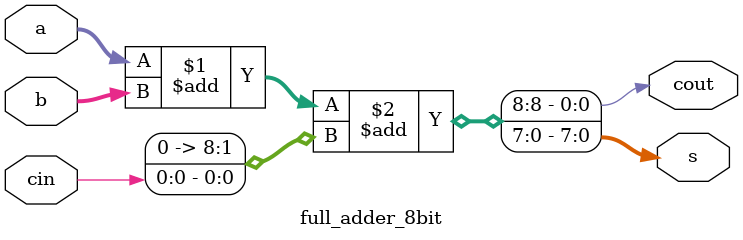
<source format=v>
`timescale 1ns / 1ps


module full_adder_8bit(a, b, cin, s, cout);
    input [7:0] a, b;
    input cin;
    
    output [7:0] s;
    output cout;
    
    // beautiful implementation from https://groups.google.com/g/comp.lang.verilog/c/D2ft7Z3KGOE?pli=1
    assign {cout, s} = a + b + {7'b0, cin};
endmodule

</source>
